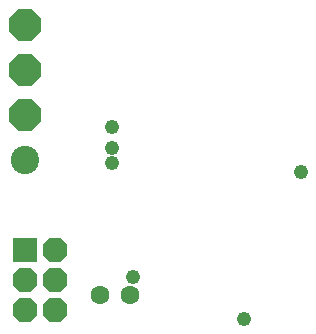
<source format=gbs>
G75*
G70*
%OFA0B0*%
%FSLAX24Y24*%
%IPPOS*%
%LPD*%
%AMOC8*
5,1,8,0,0,1.08239X$1,22.5*
%
%ADD10C,0.0946*%
%ADD11OC8,0.1080*%
%ADD12R,0.0820X0.0820*%
%ADD13OC8,0.0820*%
%ADD14C,0.0631*%
%ADD15C,0.0480*%
D10*
X001550Y009141D03*
D11*
X001550Y010641D03*
X001550Y012141D03*
X001550Y013641D03*
D12*
X001550Y006141D03*
D13*
X001550Y004141D03*
X001550Y005141D03*
X002550Y005141D03*
X002550Y004141D03*
X002550Y006141D03*
D14*
X004050Y004641D03*
X005050Y004641D03*
D15*
X005150Y005241D03*
X004450Y009041D03*
X004450Y009541D03*
X004450Y010241D03*
X008850Y003841D03*
X010750Y008741D03*
M02*

</source>
